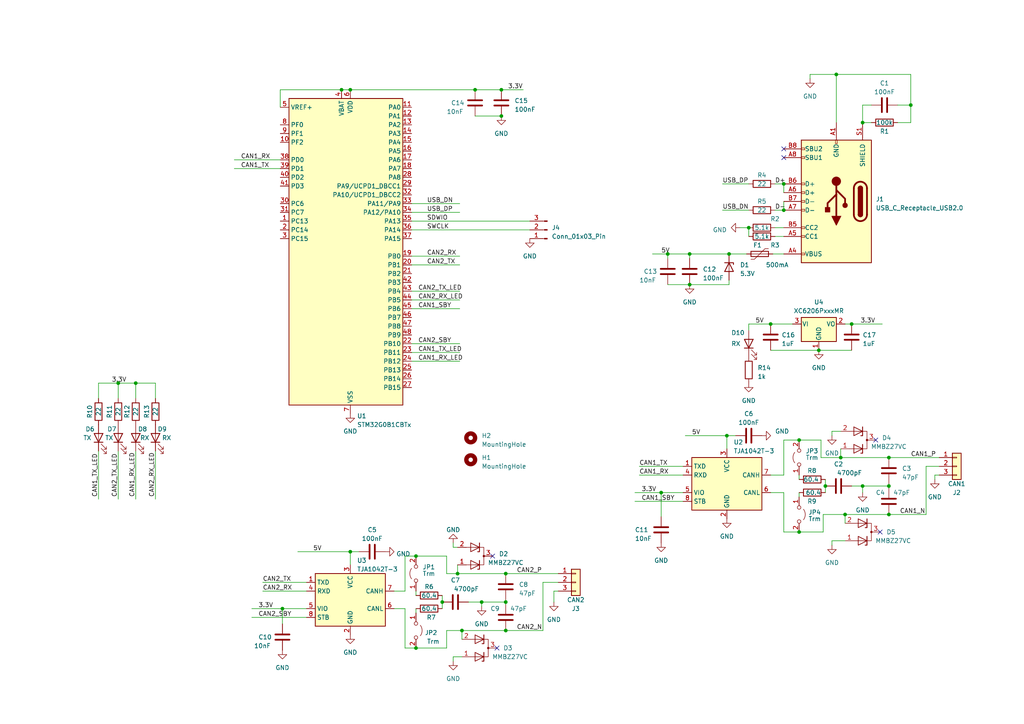
<source format=kicad_sch>
(kicad_sch (version 20221206) (generator eeschema)
  (paper "A4")
  (lib_symbols
    (symbol "Connector:Conn_01x03_Pin" (pin_names (offset 1.016) hide)
      (property "Reference" "J" (at 0 5.08 0))
      (property "Value" "Conn_01x03_Pin" (at 0 -5.08 0))
      (symbol "Conn_01x03_Pin_1_1"
        (polyline (pts (xy 1.27 -2.54) (xy 0.8636 -2.54)) (stroke (width 0.1524)))
        (polyline (pts (xy 1.27 0) (xy 0.8636 0)) (stroke (width 0.1524)))
        (polyline (pts (xy 1.27 2.54) (xy 0.8636 2.54)) (stroke (width 0.1524)))
        (rectangle (start 0.8636 -2.413) (end 0 -2.667) (stroke (width 0.1524)) (fill (type outline)))
        (rectangle (start 0.8636 0.127) (end 0 -0.127) (stroke (width 0.1524)) (fill (type outline)))
        (rectangle (start 0.8636 2.667) (end 0 2.413) (stroke (width 0.1524)) (fill (type outline)))
        (pin passive line (at 5.08 2.54 180) (length 3.81) (name "Pin_1") (number "1"))
        (pin passive line (at 5.08 0 180) (length 3.81) (name "Pin_2") (number "2"))
        (pin passive line (at 5.08 -2.54 180) (length 3.81) (name "Pin_3") (number "3"))
      )
    )
    (symbol "Connector:USB_C_Receptacle_USB2.0" (pin_names (offset 1.016))
      (property "Reference" "J" (at -10.16 19.05 0))
      (property "Value" "USB_C_Receptacle_USB2.0" (at 19.05 19.05 0))
      (symbol "USB_C_Receptacle_USB2.0_0_0"
        (rectangle (start -0.254 -17.78) (end 0.254 -16.764))
        (rectangle (start 10.16 -14.986) (end 9.144 -15.494))
        (rectangle (start 10.16 -12.446) (end 9.144 -12.954))
        (rectangle (start 10.16 -4.826) (end 9.144 -5.334))
        (rectangle (start 10.16 -2.286) (end 9.144 -2.794))
        (rectangle (start 10.16 0.254) (end 9.144 -0.254))
        (rectangle (start 10.16 2.794) (end 9.144 2.286))
        (rectangle (start 10.16 7.874) (end 9.144 7.366))
        (rectangle (start 10.16 10.414) (end 9.144 9.906))
        (rectangle (start 10.16 15.494) (end 9.144 14.986))
      )
      (symbol "USB_C_Receptacle_USB2.0_0_1"
        (rectangle (start -10.16 17.78) (end 10.16 -17.78) (stroke (width 0.254)) (fill (type background)))
        (arc (start -8.89 -3.81) (mid -6.985 -5.7067) (end -5.08 -3.81) (stroke (width 0.508)))
        (arc (start -7.62 -3.81) (mid -6.985 -4.4423) (end -6.35 -3.81) (stroke (width 0.254)))
        (arc (start -7.62 -3.81) (mid -6.985 -4.4423) (end -6.35 -3.81) (stroke (width 0.254)) (fill (type outline)))
        (rectangle (start -7.62 -3.81) (end -6.35 3.81) (stroke (width 0.254)) (fill (type outline)))
        (arc (start -6.35 3.81) (mid -6.985 4.4423) (end -7.62 3.81) (stroke (width 0.254)))
        (arc (start -6.35 3.81) (mid -6.985 4.4423) (end -7.62 3.81) (stroke (width 0.254)) (fill (type outline)))
        (arc (start -5.08 3.81) (mid -6.985 5.7067) (end -8.89 3.81) (stroke (width 0.508)))
        (circle (center -2.54 1.143) (radius 0.635) (stroke (width 0.254)) (fill (type outline)))
        (circle (center 0 -5.842) (radius 1.27) (fill (type outline)))
        (polyline (pts (xy -8.89 -3.81) (xy -8.89 3.81)) (stroke (width 0.508)))
        (polyline (pts (xy -5.08 3.81) (xy -5.08 -3.81)) (stroke (width 0.508)))
        (polyline (pts (xy 0 -5.842) (xy 0 4.318)) (stroke (width 0.508)))
        (polyline (pts (xy 0 -3.302) (xy -2.54 -0.762) (xy -2.54 0.508)) (stroke (width 0.508)))
        (polyline (pts (xy 0 -2.032) (xy 2.54 0.508) (xy 2.54 1.778)) (stroke (width 0.508)))
        (polyline (pts (xy -1.27 4.318) (xy 0 6.858) (xy 1.27 4.318) (xy -1.27 4.318)) (stroke (width 0.254)) (fill (type outline)))
        (rectangle (start 1.905 1.778) (end 3.175 3.048) (stroke (width 0.254)) (fill (type outline)))
      )
      (symbol "USB_C_Receptacle_USB2.0_1_1"
        (pin passive line (at 0 -22.86 90) (length 5.08) (name "GND") (number "A1"))
        (pin passive line (at 0 -22.86 90) (length 5.08) hide (name "GND") (number "A12"))
        (pin passive line (at 15.24 15.24 180) (length 5.08) (name "VBUS") (number "A4"))
        (pin bidirectional line (at 15.24 10.16 180) (length 5.08) (name "CC1") (number "A5"))
        (pin bidirectional line (at 15.24 -2.54 180) (length 5.08) (name "D+") (number "A6"))
        (pin bidirectional line (at 15.24 2.54 180) (length 5.08) (name "D-") (number "A7"))
        (pin bidirectional line (at 15.24 -12.7 180) (length 5.08) (name "SBU1") (number "A8"))
        (pin passive line (at 15.24 15.24 180) (length 5.08) hide (name "VBUS") (number "A9"))
        (pin passive line (at 0 -22.86 90) (length 5.08) hide (name "GND") (number "B1"))
        (pin passive line (at 0 -22.86 90) (length 5.08) hide (name "GND") (number "B12"))
        (pin passive line (at 15.24 15.24 180) (length 5.08) hide (name "VBUS") (number "B4"))
        (pin bidirectional line (at 15.24 7.62 180) (length 5.08) (name "CC2") (number "B5"))
        (pin bidirectional line (at 15.24 -5.08 180) (length 5.08) (name "D+") (number "B6"))
        (pin bidirectional line (at 15.24 0 180) (length 5.08) (name "D-") (number "B7"))
        (pin bidirectional line (at 15.24 -15.24 180) (length 5.08) (name "SBU2") (number "B8"))
        (pin passive line (at 15.24 15.24 180) (length 5.08) hide (name "VBUS") (number "B9"))
        (pin passive line (at -7.62 -22.86 90) (length 5.08) (name "SHIELD") (number "S1"))
      )
    )
    (symbol "Connector_Generic:Conn_01x03" (pin_names (offset 1.016) hide)
      (property "Reference" "J" (at 0 5.08 0))
      (property "Value" "Conn_01x03" (at 0 -5.08 0))
      (symbol "Conn_01x03_1_1"
        (rectangle (start -1.27 -2.413) (end 0 -2.667) (stroke (width 0.1524)))
        (rectangle (start -1.27 0.127) (end 0 -0.127) (stroke (width 0.1524)))
        (rectangle (start -1.27 2.667) (end 0 2.413) (stroke (width 0.1524)))
        (rectangle (start -1.27 3.81) (end 1.27 -3.81) (stroke (width 0.254)) (fill (type background)))
        (pin passive line (at -5.08 2.54 0) (length 3.81) (name "Pin_1") (number "1"))
        (pin passive line (at -5.08 0 0) (length 3.81) (name "Pin_2") (number "2"))
        (pin passive line (at -5.08 -2.54 0) (length 3.81) (name "Pin_3") (number "3"))
      )
    )
    (symbol "Device:C" (pin_numbers hide) (pin_names (offset 0.254))
      (property "Reference" "C" (at 0.635 2.54 0))
      (property "Value" "C" (at 0.635 -2.54 0))
      (symbol "C_0_1"
        (polyline (pts (xy -2.032 -0.762) (xy 2.032 -0.762)) (stroke (width 0.508)))
        (polyline (pts (xy -2.032 0.762) (xy 2.032 0.762)) (stroke (width 0.508)))
      )
      (symbol "C_1_1"
        (pin passive line (at 0 3.81 270) (length 2.794) (name "~") (number "1"))
        (pin passive line (at 0 -3.81 90) (length 2.794) (name "~") (number "2"))
      )
    )
    (symbol "Device:D_Zener" (pin_numbers hide) (pin_names (offset 1.016) hide)
      (property "Reference" "D" (at 0 2.54 0))
      (property "Value" "D_Zener" (at 0 -2.54 0))
      (symbol "D_Zener_0_1"
        (polyline (pts (xy 1.27 0) (xy -1.27 0)))
        (polyline (pts (xy -1.27 -1.27) (xy -1.27 1.27) (xy -0.762 1.27)) (stroke (width 0.254)))
        (polyline (pts (xy 1.27 -1.27) (xy 1.27 1.27) (xy -1.27 0) (xy 1.27 -1.27)) (stroke (width 0.254)))
      )
      (symbol "D_Zener_1_1"
        (pin passive line (at -3.81 0 0) (length 2.54) (name "K") (number "1"))
        (pin passive line (at 3.81 0 180) (length 2.54) (name "A") (number "2"))
      )
    )
    (symbol "Device:LED" (pin_numbers hide) (pin_names (offset 1.016) hide)
      (property "Reference" "D" (at 0 2.54 0))
      (property "Value" "LED" (at 0 -2.54 0))
      (symbol "LED_0_1"
        (polyline (pts (xy -1.27 -1.27) (xy -1.27 1.27)) (stroke (width 0.254)))
        (polyline (pts (xy -1.27 0) (xy 1.27 0)))
        (polyline (pts (xy 1.27 -1.27) (xy 1.27 1.27) (xy -1.27 0) (xy 1.27 -1.27)) (stroke (width 0.254)))
        (polyline (pts (xy -3.048 -0.762) (xy -4.572 -2.286) (xy -3.81 -2.286) (xy -4.572 -2.286) (xy -4.572 -1.524)))
        (polyline (pts (xy -1.778 -0.762) (xy -3.302 -2.286) (xy -2.54 -2.286) (xy -3.302 -2.286) (xy -3.302 -1.524)))
      )
      (symbol "LED_1_1"
        (pin passive line (at -3.81 0 0) (length 2.54) (name "K") (number "1"))
        (pin passive line (at 3.81 0 180) (length 2.54) (name "A") (number "2"))
      )
    )
    (symbol "Device:Polyfuse" (pin_numbers hide) (pin_names (offset 0))
      (property "Reference" "F" (at -2.54 0 90))
      (property "Value" "Polyfuse" (at 2.54 0 90))
      (symbol "Polyfuse_0_1"
        (rectangle (start -0.762 2.54) (end 0.762 -2.54) (stroke (width 0.254)))
        (polyline (pts (xy 0 2.54) (xy 0 -2.54)))
        (polyline (pts (xy -1.524 2.54) (xy -1.524 1.524) (xy 1.524 -1.524) (xy 1.524 -2.54)))
      )
      (symbol "Polyfuse_1_1"
        (pin passive line (at 0 3.81 270) (length 1.27) (name "~") (number "1"))
        (pin passive line (at 0 -3.81 90) (length 1.27) (name "~") (number "2"))
      )
    )
    (symbol "Device:R" (pin_numbers hide) (pin_names (offset 0))
      (property "Reference" "R" (at 2.032 0 90))
      (property "Value" "R" (at 0 0 90))
      (symbol "R_0_1"
        (rectangle (start -1.016 -2.54) (end 1.016 2.54) (stroke (width 0.254)))
      )
      (symbol "R_1_1"
        (pin passive line (at 0 3.81 270) (length 1.27) (name "~") (number "1"))
        (pin passive line (at 0 -3.81 90) (length 1.27) (name "~") (number "2"))
      )
    )
    (symbol "ESD:MMBZxxVC" (pin_names (offset 1.016) hide)
      (property "Reference" "D" (at 3.81 2.54 0))
      (property "Value" "MMBZxxVC" (at 3.81 0 0))
      (symbol "MMBZxxVC_0_1"
        (circle (center 0 -2.54) (radius 0.254) (fill (type outline)))
        (polyline (pts (xy -2.54 -1.27) (xy -2.54 2.54)))
        (polyline (pts (xy 2.54 -1.27) (xy 2.54 2.54)))
        (polyline (pts (xy -1.27 -1.27) (xy -3.81 -1.27) (xy -3.81 -0.762)) (stroke (width 0.254)))
        (polyline (pts (xy 3.81 -1.27) (xy 1.27 -1.27) (xy 1.27 -0.762)) (stroke (width 0.254)))
        (polyline (pts (xy -2.54 0) (xy -2.54 -2.54) (xy 2.54 -2.54) (xy 2.54 0)))
      )
      (symbol "MMBZxxVC_1_1"
        (polyline (pts (xy -1.27 1.27) (xy -3.81 1.27) (xy -2.54 -1.27) (xy -1.27 1.27)) (stroke (width 0.2032)))
        (polyline (pts (xy 3.81 1.27) (xy 1.27 1.27) (xy 2.54 -1.27) (xy 3.81 1.27)) (stroke (width 0.2032)))
        (pin passive line (at -2.54 5.08 270) (length 2.54) (name "K") (number "1"))
        (pin passive line (at 2.54 5.08 270) (length 2.54) (name "K") (number "2"))
        (pin passive line (at 0 -5.08 90) (length 2.54) (name "A") (number "3"))
      )
    )
    (symbol "Interface_CAN_LIN:TJA1042T-3"
      (property "Reference" "U" (at -10.16 8.89 0))
      (property "Value" "TJA1042T-3" (at 1.27 8.89 0))
      (symbol "TJA1042T-3_0_1"
        (rectangle (start -10.16 7.62) (end 10.16 -7.62) (stroke (width 0.254)) (fill (type background)))
      )
      (symbol "TJA1042T-3_1_1"
        (pin input line (at -12.7 5.08 0) (length 2.54) (name "TXD") (number "1"))
        (pin power_in line (at 0 -10.16 90) (length 2.54) (name "GND") (number "2"))
        (pin power_in line (at 0 10.16 270) (length 2.54) (name "VCC") (number "3"))
        (pin output line (at -12.7 2.54 0) (length 2.54) (name "RXD") (number "4"))
        (pin power_in line (at -12.7 -2.54 0) (length 2.54) (name "VIO") (number "5"))
        (pin bidirectional line (at 12.7 -2.54 180) (length 2.54) (name "CANL") (number "6"))
        (pin bidirectional line (at 12.7 2.54 180) (length 2.54) (name "CANH") (number "7"))
        (pin input line (at -12.7 -5.08 0) (length 2.54) (name "STB") (number "8"))
      )
    )
    (symbol "Jumper:Jumper_2_Open" (pin_names (offset 0) hide)
      (property "Reference" "JP" (at 0 2.794 0))
      (property "Value" "Jumper_2_Open" (at 0 -2.286 0))
      (symbol "Jumper_2_Open_0_0"
        (circle (center -2.032 0) (radius 0.508))
        (circle (center 2.032 0) (radius 0.508))
      )
      (symbol "Jumper_2_Open_0_1"
        (arc (start 1.524 1.27) (mid 0 1.778) (end -1.524 1.27))
      )
      (symbol "Jumper_2_Open_1_1"
        (pin passive line (at -5.08 0 0) (length 2.54) (name "A") (number "1"))
        (pin passive line (at 5.08 0 180) (length 2.54) (name "B") (number "2"))
      )
    )
    (symbol "MCU_ST_STM32G0:STM32G0B1CBTx"
      (property "Reference" "U" (at -15.24 46.99 0))
      (property "Value" "STM32G0B1CBTx" (at 5.08 46.99 0))
      (symbol "STM32G0B1CBTx_0_1"
        (rectangle (start -15.24 -43.18) (end 17.78 45.72) (stroke (width 0.254)) (fill (type background)))
      )
      (symbol "STM32G0B1CBTx_1_1"
        (pin bidirectional line (at -17.78 10.16 0) (length 2.54) (name "PC13") (number "1"))
        (pin bidirectional line (at -17.78 33.02 0) (length 2.54) (name "PF2") (number "10"))
        (pin bidirectional line (at 20.32 43.18 180) (length 2.54) (name "PA0") (number "11"))
        (pin bidirectional line (at 20.32 40.64 180) (length 2.54) (name "PA1") (number "12"))
        (pin bidirectional line (at 20.32 38.1 180) (length 2.54) (name "PA2") (number "13"))
        (pin bidirectional line (at 20.32 35.56 180) (length 2.54) (name "PA3") (number "14"))
        (pin bidirectional line (at 20.32 33.02 180) (length 2.54) (name "PA4") (number "15"))
        (pin bidirectional line (at 20.32 30.48 180) (length 2.54) (name "PA5") (number "16"))
        (pin bidirectional line (at 20.32 27.94 180) (length 2.54) (name "PA6") (number "17"))
        (pin bidirectional line (at 20.32 25.4 180) (length 2.54) (name "PA7") (number "18"))
        (pin bidirectional line (at 20.32 0 180) (length 2.54) (name "PB0") (number "19"))
        (pin bidirectional line (at -17.78 7.62 0) (length 2.54) (name "PC14") (number "2"))
        (pin bidirectional line (at 20.32 -2.54 180) (length 2.54) (name "PB1") (number "20"))
        (pin bidirectional line (at 20.32 -5.08 180) (length 2.54) (name "PB2") (number "21"))
        (pin bidirectional line (at 20.32 -25.4 180) (length 2.54) (name "PB10") (number "22"))
        (pin bidirectional line (at 20.32 -27.94 180) (length 2.54) (name "PB11") (number "23"))
        (pin bidirectional line (at 20.32 -30.48 180) (length 2.54) (name "PB12") (number "24"))
        (pin bidirectional line (at 20.32 -33.02 180) (length 2.54) (name "PB13") (number "25"))
        (pin bidirectional line (at 20.32 -35.56 180) (length 2.54) (name "PB14") (number "26"))
        (pin bidirectional line (at 20.32 -38.1 180) (length 2.54) (name "PB15") (number "27"))
        (pin bidirectional line (at 20.32 22.86 180) (length 2.54) (name "PA8") (number "28"))
        (pin bidirectional line (at 20.32 20.32 180) (length 2.54) (name "PA9/UCPD1_DBCC1") (number "29"))
        (pin bidirectional line (at -17.78 5.08 0) (length 2.54) (name "PC15") (number "3"))
        (pin bidirectional line (at -17.78 15.24 0) (length 2.54) (name "PC6") (number "30"))
        (pin bidirectional line (at -17.78 12.7 0) (length 2.54) (name "PC7") (number "31"))
        (pin bidirectional line (at 20.32 17.78 180) (length 2.54) (name "PA10/UCPD1_DBCC2") (number "32"))
        (pin bidirectional line (at 20.32 15.24 180) (length 2.54) (name "PA11/PA9") (number "33"))
        (pin bidirectional line (at 20.32 12.7 180) (length 2.54) (name "PA12/PA10") (number "34"))
        (pin bidirectional line (at 20.32 10.16 180) (length 2.54) (name "PA13") (number "35"))
        (pin bidirectional line (at 20.32 7.62 180) (length 2.54) (name "PA14") (number "36"))
        (pin bidirectional line (at 20.32 5.08 180) (length 2.54) (name "PA15") (number "37"))
        (pin bidirectional line (at -17.78 27.94 0) (length 2.54) (name "PD0") (number "38"))
        (pin bidirectional line (at -17.78 25.4 0) (length 2.54) (name "PD1") (number "39"))
        (pin power_in line (at 0 48.26 270) (length 2.54) (name "VBAT") (number "4"))
        (pin bidirectional line (at -17.78 22.86 0) (length 2.54) (name "PD2") (number "40"))
        (pin bidirectional line (at -17.78 20.32 0) (length 2.54) (name "PD3") (number "41"))
        (pin bidirectional line (at 20.32 -7.62 180) (length 2.54) (name "PB3") (number "42"))
        (pin bidirectional line (at 20.32 -10.16 180) (length 2.54) (name "PB4") (number "43"))
        (pin bidirectional line (at 20.32 -12.7 180) (length 2.54) (name "PB5") (number "44"))
        (pin bidirectional line (at 20.32 -15.24 180) (length 2.54) (name "PB6") (number "45"))
        (pin bidirectional line (at 20.32 -17.78 180) (length 2.54) (name "PB7") (number "46"))
        (pin bidirectional line (at 20.32 -20.32 180) (length 2.54) (name "PB8") (number "47"))
        (pin bidirectional line (at 20.32 -22.86 180) (length 2.54) (name "PB9") (number "48"))
        (pin input line (at -17.78 43.18 0) (length 2.54) (name "VREF+") (number "5"))
        (pin power_in line (at 2.54 48.26 270) (length 2.54) (name "VDD") (number "6"))
        (pin power_in line (at 2.54 -45.72 90) (length 2.54) (name "VSS") (number "7"))
        (pin bidirectional line (at -17.78 38.1 0) (length 2.54) (name "PF0") (number "8"))
        (pin bidirectional line (at -17.78 35.56 0) (length 2.54) (name "PF1") (number "9"))
      )
    )
    (symbol "Mechanical:MountingHole" (pin_names (offset 1.016))
      (property "Reference" "H" (at 0 5.08 0))
      (property "Value" "MountingHole" (at 0 3.175 0))
      (symbol "MountingHole_0_1"
        (circle (center 0 0) (radius 1.27) (stroke (width 1.27)))
      )
    )
    (symbol "Regulator_Linear:XC6206PxxxMR" (pin_names (offset 0.254))
      (property "Reference" "U" (at -3.81 3.175 0))
      (property "Value" "XC6206PxxxMR" (at 0 3.175 0))
      (symbol "XC6206PxxxMR_0_1"
        (rectangle (start -5.08 1.905) (end 5.08 -5.08) (stroke (width 0.254)) (fill (type background)))
      )
      (symbol "XC6206PxxxMR_1_1"
        (pin power_in line (at 0 -7.62 90) (length 2.54) (name "GND") (number "1"))
        (pin power_out line (at 7.62 0 180) (length 2.54) (name "VO") (number "2"))
        (pin power_in line (at -7.62 0 0) (length 2.54) (name "VI") (number "3"))
      )
    )
    (symbol "power:GND" (power) (pin_names (offset 0))
      (property "Value" "GND" (at 0 -3.81 0))
      (symbol "GND_0_1"
        (polyline (pts (xy 0 0) (xy 0 -1.27) (xy 1.27 -1.27) (xy 0 -2.54) (xy -1.27 -1.27) (xy 0 -1.27)))
      )
      (symbol "GND_1_1"
        (pin power_in line (at 0 0 270) (length 0) hide (name "GND") (number "1"))
      )
    )
  )
  (junction (at 81.915 176.53))
  (junction (at 257.81 140.97))
  (junction (at 191.77 142.875))
  (junction (at 132.715 166.37))
  (junction (at 211.455 73.66))
  (junction (at 231.775 154.305))
  (junction (at 217.17 66.04))
  (junction (at 243.84 132.715))
  (junction (at 128.27 174.625))
  (junction (at 231.775 127.635))
  (junction (at 120.65 161.29))
  (junction (at 250.19 140.97))
  (junction (at 146.685 166.37))
  (junction (at 133.985 182.88))
  (junction (at 193.675 73.66))
  (junction (at 145.415 26.035))
  (junction (at 101.6 160.02))
  (junction (at 250.19 35.56))
  (junction (at 227.33 53.34))
  (junction (at 146.685 174.625))
  (junction (at 237.49 101.6))
  (junction (at 257.81 132.715))
  (junction (at 139.7 174.625))
  (junction (at 146.685 182.88))
  (junction (at 227.33 60.96))
  (junction (at 200.025 73.66))
  (junction (at 264.16 30.48))
  (junction (at 210.82 126.365))
  (junction (at 245.11 149.225))
  (junction (at 242.57 21.59))
  (junction (at 200.025 82.55))
  (junction (at 239.395 140.97))
  (junction (at 247.015 93.98))
  (junction (at 120.65 187.96))
  (junction (at 34.29 111.125))
  (junction (at 145.415 33.655))
  (junction (at 137.795 26.035))
  (junction (at 101.6 26.035))
  (junction (at 223.52 93.98))
  (junction (at 99.06 26.035))
  (junction (at 39.37 111.125))
  (junction (at 257.81 149.225))
  (no_connect (at 227.33 43.18))
  (no_connect (at 142.875 161.29))
  (no_connect (at 254 127.635))
  (no_connect (at 227.33 45.72))
  (no_connect (at 144.145 187.96))
  (no_connect (at 255.27 154.305))
  (wire (pts (xy 119.38 99.695) (xy 133.35 99.695)))
  (wire (pts (xy 99.06 26.035) (xy 101.6 26.035)))
  (wire (pts (xy 76.2 171.45) (xy 88.9 171.45)))
  (wire (pts (xy 231.775 137.795) (xy 231.775 139.065)))
  (wire (pts (xy 157.48 168.91) (xy 157.48 182.88)))
  (wire (pts (xy 117.475 171.45) (xy 117.475 161.29)))
  (wire (pts (xy 73.025 179.07) (xy 88.9 179.07)))
  (wire (pts (xy 139.7 174.625) (xy 146.685 174.625)))
  (wire (pts (xy 209.55 60.96) (xy 217.17 60.96)))
  (wire (pts (xy 250.19 140.97) (xy 257.81 140.97)))
  (wire (pts (xy 129.54 187.96) (xy 129.54 182.88)))
  (wire (pts (xy 209.55 53.34) (xy 217.17 53.34)))
  (wire (pts (xy 86.36 160.02) (xy 101.6 160.02)))
  (wire (pts (xy 128.27 174.625) (xy 128.27 176.53)))
  (wire (pts (xy 101.6 160.02) (xy 101.6 163.83)))
  (wire (pts (xy 133.985 182.88) (xy 146.685 182.88)))
  (wire (pts (xy 271.145 137.795) (xy 272.415 137.795)))
  (wire (pts (xy 227.33 142.875) (xy 227.33 154.305)))
  (wire (pts (xy 193.675 73.66) (xy 193.675 74.93)))
  (wire (pts (xy 217.17 93.98) (xy 223.52 93.98)))
  (wire (pts (xy 131.445 158.75) (xy 132.715 158.75)))
  (wire (pts (xy 119.38 64.135) (xy 153.67 64.135)))
  (wire (pts (xy 34.29 130.81) (xy 34.29 144.78)))
  (wire (pts (xy 184.15 142.875) (xy 191.77 142.875)))
  (wire (pts (xy 241.3 125.095) (xy 243.84 125.095)))
  (wire (pts (xy 245.11 149.225) (xy 257.81 149.225)))
  (wire (pts (xy 34.29 111.125) (xy 28.575 111.125)))
  (wire (pts (xy 146.685 174.625) (xy 146.685 175.26)))
  (wire (pts (xy 160.655 174.625) (xy 160.655 171.45)))
  (wire (pts (xy 129.54 182.88) (xy 133.985 182.88)))
  (wire (pts (xy 39.37 111.125) (xy 34.29 111.125)))
  (wire (pts (xy 81.28 31.115) (xy 81.28 26.035)))
  (wire (pts (xy 34.29 111.125) (xy 34.29 115.57)))
  (wire (pts (xy 224.79 60.96) (xy 227.33 60.96)))
  (wire (pts (xy 114.3 171.45) (xy 117.475 171.45)))
  (wire (pts (xy 198.755 126.365) (xy 210.82 126.365)))
  (wire (pts (xy 45.085 130.81) (xy 45.085 144.78)))
  (wire (pts (xy 242.57 21.59) (xy 264.16 21.59)))
  (wire (pts (xy 81.915 176.53) (xy 81.915 180.975)))
  (wire (pts (xy 234.95 21.59) (xy 242.57 21.59)))
  (wire (pts (xy 117.475 161.29) (xy 120.65 161.29)))
  (wire (pts (xy 81.28 26.035) (xy 99.06 26.035)))
  (wire (pts (xy 146.685 182.88) (xy 157.48 182.88)))
  (wire (pts (xy 223.52 142.875) (xy 227.33 142.875)))
  (wire (pts (xy 76.2 168.91) (xy 88.9 168.91)))
  (wire (pts (xy 264.16 21.59) (xy 264.16 30.48)))
  (wire (pts (xy 231.775 154.305) (xy 238.76 154.305)))
  (wire (pts (xy 161.925 168.91) (xy 157.48 168.91)))
  (wire (pts (xy 224.155 73.66) (xy 227.33 73.66)))
  (wire (pts (xy 242.57 35.56) (xy 242.57 21.59)))
  (wire (pts (xy 247.015 93.98) (xy 255.905 93.98)))
  (wire (pts (xy 250.19 30.48) (xy 250.19 35.56)))
  (wire (pts (xy 217.17 66.04) (xy 217.17 68.58)))
  (wire (pts (xy 119.38 61.595) (xy 133.35 61.595)))
  (wire (pts (xy 120.65 171.45) (xy 120.65 172.72)))
  (wire (pts (xy 224.79 68.58) (xy 227.33 68.58)))
  (wire (pts (xy 210.82 126.365) (xy 210.82 130.175)))
  (wire (pts (xy 119.38 66.675) (xy 153.67 66.675)))
  (wire (pts (xy 245.11 149.225) (xy 245.11 151.765)))
  (wire (pts (xy 200.025 73.66) (xy 200.025 74.93)))
  (wire (pts (xy 132.715 166.37) (xy 146.685 166.37)))
  (wire (pts (xy 119.38 59.055) (xy 133.35 59.055)))
  (wire (pts (xy 191.77 142.875) (xy 198.12 142.875)))
  (wire (pts (xy 184.15 145.415) (xy 198.12 145.415)))
  (wire (pts (xy 146.685 173.99) (xy 146.685 174.625)))
  (wire (pts (xy 217.17 95.885) (xy 217.17 93.98)))
  (wire (pts (xy 73.025 176.53) (xy 81.915 176.53)))
  (wire (pts (xy 104.14 160.02) (xy 101.6 160.02)))
  (wire (pts (xy 193.675 82.55) (xy 200.025 82.55)))
  (wire (pts (xy 231.775 142.875) (xy 231.775 144.145)))
  (wire (pts (xy 119.38 102.235) (xy 133.35 102.235)))
  (wire (pts (xy 213.36 126.365) (xy 210.82 126.365)))
  (wire (pts (xy 227.33 137.795) (xy 227.33 127.635)))
  (wire (pts (xy 257.81 132.715) (xy 272.415 132.715)))
  (wire (pts (xy 268.605 135.255) (xy 268.605 149.225)))
  (wire (pts (xy 117.475 187.96) (xy 120.65 187.96)))
  (wire (pts (xy 260.35 30.48) (xy 264.16 30.48)))
  (wire (pts (xy 146.685 166.37) (xy 161.925 166.37)))
  (wire (pts (xy 185.42 135.255) (xy 198.12 135.255)))
  (wire (pts (xy 252.73 30.48) (xy 250.19 30.48)))
  (wire (pts (xy 257.81 140.97) (xy 257.81 141.605)))
  (wire (pts (xy 238.125 132.715) (xy 243.84 132.715)))
  (wire (pts (xy 39.37 130.81) (xy 39.37 144.78)))
  (wire (pts (xy 160.655 171.45) (xy 161.925 171.45)))
  (wire (pts (xy 139.7 174.625) (xy 139.7 175.895)))
  (wire (pts (xy 28.575 111.125) (xy 28.575 115.57)))
  (wire (pts (xy 257.81 140.335) (xy 257.81 140.97)))
  (wire (pts (xy 211.455 73.66) (xy 216.535 73.66)))
  (wire (pts (xy 241.3 126.365) (xy 241.3 125.095)))
  (wire (pts (xy 101.6 26.035) (xy 137.795 26.035)))
  (wire (pts (xy 81.915 176.53) (xy 88.9 176.53)))
  (wire (pts (xy 211.455 82.55) (xy 200.025 82.55)))
  (wire (pts (xy 119.38 74.295) (xy 133.35 74.295)))
  (wire (pts (xy 227.33 58.42) (xy 227.33 60.96)))
  (wire (pts (xy 238.125 127.635) (xy 238.125 132.715)))
  (wire (pts (xy 243.84 130.175) (xy 243.84 132.715)))
  (wire (pts (xy 214.63 66.04) (xy 217.17 66.04)))
  (wire (pts (xy 250.19 140.97) (xy 250.19 142.875)))
  (wire (pts (xy 264.16 35.56) (xy 264.16 30.48)))
  (wire (pts (xy 234.95 22.86) (xy 234.95 21.59)))
  (wire (pts (xy 45.085 115.57) (xy 45.085 111.125)))
  (wire (pts (xy 117.475 176.53) (xy 117.475 187.96)))
  (wire (pts (xy 260.35 35.56) (xy 264.16 35.56)))
  (wire (pts (xy 245.11 156.845) (xy 241.3 156.845)))
  (wire (pts (xy 238.76 154.305) (xy 238.76 149.225)))
  (wire (pts (xy 129.54 166.37) (xy 132.715 166.37)))
  (wire (pts (xy 45.085 111.125) (xy 39.37 111.125)))
  (wire (pts (xy 114.3 176.53) (xy 117.475 176.53)))
  (wire (pts (xy 211.455 81.28) (xy 211.455 82.55)))
  (wire (pts (xy 131.445 158.75) (xy 131.445 157.48)))
  (wire (pts (xy 119.38 104.775) (xy 133.35 104.775)))
  (wire (pts (xy 223.52 93.98) (xy 229.87 93.98)))
  (wire (pts (xy 120.65 176.53) (xy 120.65 177.8)))
  (wire (pts (xy 185.42 137.795) (xy 198.12 137.795)))
  (wire (pts (xy 145.415 26.035) (xy 151.765 26.035)))
  (wire (pts (xy 191.77 142.875) (xy 191.77 149.86)))
  (wire (pts (xy 257.81 149.225) (xy 268.605 149.225)))
  (wire (pts (xy 243.84 132.715) (xy 257.81 132.715)))
  (wire (pts (xy 238.76 149.225) (xy 245.11 149.225)))
  (wire (pts (xy 67.945 46.355) (xy 81.28 46.355)))
  (wire (pts (xy 131.445 190.5) (xy 131.445 191.77)))
  (wire (pts (xy 119.38 86.995) (xy 133.35 86.995)))
  (wire (pts (xy 193.675 73.66) (xy 200.025 73.66)))
  (wire (pts (xy 119.38 84.455) (xy 133.35 84.455)))
  (wire (pts (xy 239.395 139.065) (xy 239.395 140.97)))
  (wire (pts (xy 28.575 130.81) (xy 28.575 144.78)))
  (wire (pts (xy 137.795 33.655) (xy 145.415 33.655)))
  (wire (pts (xy 223.52 101.6) (xy 237.49 101.6)))
  (wire (pts (xy 239.395 140.97) (xy 239.395 142.875)))
  (wire (pts (xy 137.795 26.035) (xy 145.415 26.035)))
  (wire (pts (xy 245.11 93.98) (xy 247.015 93.98)))
  (wire (pts (xy 224.79 66.04) (xy 227.33 66.04)))
  (wire (pts (xy 227.33 127.635) (xy 231.775 127.635)))
  (wire (pts (xy 224.79 53.34) (xy 227.33 53.34)))
  (wire (pts (xy 129.54 161.29) (xy 129.54 166.37)))
  (wire (pts (xy 189.23 73.66) (xy 193.675 73.66)))
  (wire (pts (xy 231.775 127.635) (xy 238.125 127.635)))
  (wire (pts (xy 135.89 174.625) (xy 139.7 174.625)))
  (wire (pts (xy 131.445 190.5) (xy 133.985 190.5)))
  (wire (pts (xy 133.985 182.88) (xy 133.985 185.42)))
  (wire (pts (xy 237.49 101.6) (xy 247.015 101.6)))
  (wire (pts (xy 39.37 111.125) (xy 39.37 115.57)))
  (wire (pts (xy 120.65 161.29) (xy 129.54 161.29)))
  (wire (pts (xy 119.38 76.835) (xy 133.35 76.835)))
  (wire (pts (xy 223.52 137.795) (xy 227.33 137.795)))
  (wire (pts (xy 200.025 73.66) (xy 211.455 73.66)))
  (wire (pts (xy 241.3 156.845) (xy 241.3 158.115)))
  (wire (pts (xy 227.33 154.305) (xy 231.775 154.305)))
  (wire (pts (xy 119.38 89.535) (xy 133.35 89.535)))
  (wire (pts (xy 272.415 135.255) (xy 268.605 135.255)))
  (wire (pts (xy 250.19 35.56) (xy 252.73 35.56)))
  (wire (pts (xy 132.715 163.83) (xy 132.715 166.37)))
  (wire (pts (xy 227.33 53.34) (xy 227.33 55.88)))
  (wire (pts (xy 247.015 140.97) (xy 250.19 140.97)))
  (wire (pts (xy 67.945 48.895) (xy 81.28 48.895)))
  (wire (pts (xy 271.145 139.065) (xy 271.145 137.795)))
  (wire (pts (xy 128.27 172.72) (xy 128.27 174.625)))
  (wire (pts (xy 120.65 187.96) (xy 129.54 187.96)))
  (label "CAN1_SBY" (at 186.055 145.415 0))
  (label "CAN1_RX_LED" (at 39.37 144.145 90))
  (label "CAN2_RX" (at 76.2 171.45 0))
  (label "USB_DP" (at 209.55 53.34 0))
  (label "CAN2_RX_LED" (at 121.285 86.995 0))
  (label "D+" (at 224.79 53.34 0))
  (label "5V" (at 90.805 160.02 0))
  (label "CAN2_TX_LED" (at 121.285 84.455 0))
  (label "USB_DN" (at 123.825 59.055 0))
  (label "CAN2_N" (at 149.86 182.88 0))
  (label "CAN1_TX_LED" (at 121.285 102.235 0))
  (label "3.3V" (at 186.055 142.875 0))
  (label "5V" (at 219.075 93.98 0))
  (label "CAN2_SBY" (at 121.285 99.695 0))
  (label "3.3V" (at 74.93 176.53 0))
  (label "CAN1_TX_LED" (at 28.575 144.145 90))
  (label "5V" (at 191.77 73.66 0))
  (label "SWCLK" (at 123.825 66.675 0))
  (label "USB_DN" (at 209.55 60.96 0))
  (label "CAN1_N" (at 260.985 149.225 0))
  (label "3.3V" (at 147.32 26.035 0))
  (label "CAN2_TX_LED" (at 34.29 144.145 90))
  (label "CAN1_RX_LED" (at 121.285 104.775 0))
  (label "CAN2_SBY" (at 74.93 179.07 0))
  (label "CAN1_TX" (at 69.85 48.895 0))
  (label "CAN1_RX" (at 185.42 137.795 0))
  (label "CAN1_RX" (at 69.85 46.355 0))
  (label "CAN2_TX" (at 76.2 168.91 0))
  (label "D-" (at 224.79 60.96 0))
  (label "CAN1_TX" (at 185.42 135.255 0))
  (label "USB_DP" (at 123.825 61.595 0))
  (label "CAN2_P" (at 149.86 166.37 0))
  (label "CAN2_TX" (at 123.825 76.835 0))
  (label "CAN1_SBY" (at 121.285 89.535 0))
  (label "CAN2_RX_LED" (at 45.085 144.145 90))
  (label "SDWIO" (at 123.825 64.135 0))
  (label "3.3V" (at 32.385 111.125 0))
  (label "5V" (at 200.66 126.365 0))
  (label "CAN2_RX" (at 123.825 74.295 0))
  (label "CAN1_P" (at 264.16 132.715 0))
  (label "3.3V" (at 249.555 93.98 0))
  (symbol (lib_id "power:GND") (at 145.415 33.655 0) (unit 1)
    (property "Reference" "#PWR09" (effects hide))
    (property "Value" "GND" (at 145.415 38.735 0))
  )
  (symbol (lib_id "power:GND") (at 220.98 126.365 90) (unit 1)
    (property "Reference" "#PWR018" (effects hide))
    (property "Value" "GND" (at 224.79 125.095 90) (effects (justify right)))
  )
  (symbol (lib_id "Device:R") (at 28.575 119.38 0) (unit 1)
    (property "Reference" "R10" (at 26.035 119.38 90))
    (property "Value" "22" (at 28.575 119.38 90))
    (property "Footprint" "Resistor_SMD:R_0402_1005Metric" (effects hide))
    (property "Part #" "0402WGF220JTCE" (effects hide))
    (property "LCSC Part #" "C25092" (effects hide))
  )
  (symbol (lib_id "ESD:MMBZxxVC") (at 248.92 127.635 90) (unit 1)
    (property "Reference" "D4" (at 257.175 127 90))
    (property "Value" "MMBZ27VC" (at 257.81 129.54 90))
    (property "Footprint" "Package_TO_SOT_SMD:SOT-23" (effects hide))
    (property "Datasheet" "http://www.onsemi.com/pub/Collateral/MMBZ5V6ALT1-D.PDF" (effects hide))
    (property "LCSC Part #" "C970026" (effects hide))
  )
  (symbol (lib_id "Device:R") (at 217.17 107.315 0) (unit 1)
    (property "Reference" "R14" (at 219.71 106.68 0) (effects (justify left)))
    (property "Value" "1k" (at 219.71 109.22 0) (effects (justify left)))
    (property "Footprint" "Resistor_SMD:R_0402_1005Metric" (effects hide))
    (property "LCSC Part #" "C11702" (effects hide))
  )
  (symbol (lib_id "Device:R") (at 220.98 53.34 270) (unit 1)
    (property "Reference" "R4" (at 220.98 50.8 90))
    (property "Value" "22" (at 220.98 53.34 90))
    (property "Footprint" "Resistor_SMD:R_0402_1005Metric" (effects hide))
    (property "Part #" "0402WGF220JTCE" (effects hide))
    (property "LCSC Part #" "C25092" (effects hide))
  )
  (symbol (lib_id "Jumper:Jumper_2_Open") (at 231.775 132.715 90) (unit 1)
    (property "Reference" "JP3" (at 233.68 130.81 90) (effects (justify right)))
    (property "Value" "Trm" (at 233.68 132.715 90) (effects (justify right)))
    (property "Footprint" "Connector_PinHeader_2.54mm:PinHeader_1x02_P2.54mm_Vertical" (effects hide))
    (property "LCSC Part #" "C124375" (effects hide))
  )
  (symbol (lib_id "Device:R") (at 124.46 172.72 90) (unit 1)
    (property "Reference" "R6" (at 124.46 170.18 90))
    (property "Value" "60.4" (at 124.46 172.72 90))
    (property "Footprint" "Resistor_SMD:R_0402_1005Metric" (effects hide))
    (property "LCSC Part #" "C11616" (effects hide))
    (property "Part #" "0402WGF5103TCE" (effects hide))
  )
  (symbol (lib_id "Device:LED") (at 45.085 127 90) (unit 1)
    (property "Reference" "D9" (at 45.72 124.46 90) (effects (justify right)))
    (property "Value" "RX" (at 46.99 127 90) (effects (justify right)))
    (property "Footprint" "LED_SMD:LED_0603_1608Metric" (effects hide))
    (property "LCSC Part #" "C72043" (effects hide))
    (property "Part #" "Green" (effects hide))
  )
  (symbol (lib_id "Device:C") (at 200.025 78.74 180) (unit 1)
    (property "Reference" "C12" (at 203.835 78.105 0) (effects (justify right)))
    (property "Value" "100nF" (at 203.835 80.645 0) (effects (justify right)))
    (property "Footprint" "Capacitor_SMD:C_0402_1005Metric" (effects hide))
    (property "LCSC Part #" "C307331" (effects hide))
    (property "Part #" "CL05B104KB54PNC" (effects hide))
  )
  (symbol (lib_id "Mechanical:MountingHole") (at 136.525 127 0) (unit 1)
    (property "Reference" "H2" (at 139.7 126.365 0) (effects (justify left)))
    (property "Value" "MountingHole" (at 139.7 128.905 0) (effects (justify left)))
    (property "Footprint" "MountingHole:MountingHole_2.2mm_M2" (effects hide))
  )
  (symbol (lib_id "Device:R") (at 220.98 60.96 270) (unit 1)
    (property "Reference" "R5" (at 220.98 58.42 90))
    (property "Value" "22" (at 220.98 60.96 90))
    (property "Footprint" "Resistor_SMD:R_0402_1005Metric" (effects hide))
    (property "Part #" "0402WGF220JTCE" (effects hide))
    (property "LCSC Part #" "C25092" (effects hide))
  )
  (symbol (lib_id "Connector_Generic:Conn_01x03") (at 167.005 168.91 0) (unit 1)
    (property "Reference" "J3" (at 167.005 176.53 0))
    (property "Value" "CAN2" (at 167.005 173.99 0))
    (property "Footprint" "Connector_JST:JST_EH_S3B-EH_1x03_P2.50mm_Horizontal" (effects hide))
    (property "LCSC Part #" "C18428" (effects hide))
  )
  (symbol (lib_id "power:GND") (at 234.95 22.86 0) (unit 1)
    (property "Reference" "#PWR06" (effects hide))
    (property "Value" "GND" (at 234.95 27.94 0))
  )
  (symbol (lib_id "power:GND") (at 217.17 111.125 0) (unit 1)
    (property "Reference" "#PWR026" (effects hide))
    (property "Value" "GND" (at 217.17 116.205 0))
  )
  (symbol (lib_id "Device:C") (at 257.81 145.415 0) (unit 1)
    (property "Reference" "C4" (at 254 142.875 0) (effects (justify left)))
    (property "Value" "47pF" (at 259.08 142.875 0) (effects (justify left)))
    (property "Footprint" "Capacitor_SMD:C_0402_1005Metric" (effects hide))
    (property "LCSC Part #" "C1567" (effects hide))
    (property "Part #" "0402CG470J500NT" (effects hide))
  )
  (symbol (lib_id "Device:R") (at 220.98 68.58 90) (unit 1)
    (property "Reference" "R3" (at 224.79 71.12 90))
    (property "Value" "5.1k" (at 220.98 68.58 90))
    (property "Footprint" "Resistor_SMD:R_0402_1005Metric" (effects hide))
    (property "LCSC Part #" "C11616" (effects hide))
    (property "Part #" "0402WGF5103TCE" (effects hide))
  )
  (symbol (lib_id "Device:C") (at 243.205 140.97 90) (unit 1)
    (property "Reference" "C2" (at 243.205 134.62 90))
    (property "Value" "4700pF" (at 246.38 137.16 90))
    (property "Footprint" "Capacitor_SMD:C_0402_1005Metric" (effects hide))
    (property "LCSC Part #" "C1538" (effects hide))
    (property "Part #" "0402B472K500NT" (effects hide))
  )
  (symbol (lib_id "Device:C") (at 145.415 29.845 180) (unit 1)
    (property "Reference" "C15" (at 149.225 29.21 0) (effects (justify right)))
    (property "Value" "100nF" (at 149.225 31.75 0) (effects (justify right)))
    (property "Footprint" "Capacitor_SMD:C_0402_1005Metric" (effects hide))
    (property "LCSC Part #" "C307331" (effects hide))
    (property "Part #" "CL05B104KB54PNC" (effects hide))
  )
  (symbol (lib_id "Device:R") (at 124.46 176.53 90) (unit 1)
    (property "Reference" "R7" (at 125.095 179.07 90))
    (property "Value" "60.4" (at 124.46 176.53 90))
    (property "Footprint" "Resistor_SMD:R_0402_1005Metric" (effects hide))
    (property "LCSC Part #" "C11616" (effects hide))
    (property "Part #" "0402WGF5103TCE" (effects hide))
  )
  (symbol (lib_id "Device:R") (at 235.585 139.065 90) (unit 1)
    (property "Reference" "R8" (at 236.855 136.525 90) (effects (justify left)))
    (property "Value" "60.4" (at 237.49 139.065 90) (effects (justify left)))
    (property "Footprint" "Resistor_SMD:R_0402_1005Metric" (effects hide))
    (property "LCSC Part #" "C11616" (effects hide))
    (property "Part #" "0402WGF5103TCE" (effects hide))
  )
  (symbol (lib_id "Interface_CAN_LIN:TJA1042T-3") (at 210.82 140.335 0) (unit 1)
    (property "Reference" "U2" (at 212.7759 128.27 0) (effects (justify left)))
    (property "Value" "TJA1042T-3" (at 212.7759 130.81 0) (effects (justify left)))
    (property "Footprint" "Package_SO:SOIC-8_3.9x4.9mm_P1.27mm" (effects hide))
    (property "Datasheet" "http://www.nxp.com/documents/data_sheet/TJA1042.pdf" (effects hide))
    (property "LCSC Part #" "C132227" (effects hide))
  )
  (symbol (lib_id "ESD:MMBZxxVC") (at 137.795 161.29 90) (unit 1)
    (property "Reference" "D2" (at 146.05 160.655 90))
    (property "Value" "MMBZ27VC" (at 146.685 163.195 90))
    (property "Footprint" "Package_TO_SOT_SMD:SOT-23" (effects hide))
    (property "Datasheet" "http://www.onsemi.com/pub/Collateral/MMBZ5V6ALT1-D.PDF" (effects hide))
    (property "LCSC Part #" "C970026" (effects hide))
  )
  (symbol (lib_id "ESD:MMBZxxVC") (at 250.19 154.305 90) (unit 1)
    (property "Reference" "D5" (at 258.445 154.305 90))
    (property "Value" "MMBZ27VC" (at 259.08 156.845 90))
    (property "Footprint" "Package_TO_SOT_SMD:SOT-23" (effects hide))
    (property "Datasheet" "http://www.onsemi.com/pub/Collateral/MMBZ5V6ALT1-D.PDF" (effects hide))
    (property "LCSC Part #" "C970026" (effects hide))
  )
  (symbol (lib_id "power:GND") (at 241.3 126.365 0) (unit 1)
    (property "Reference" "#PWR017" (effects hide))
    (property "Value" "GND" (at 241.3 131.445 0))
  )
  (symbol (lib_id "Device:C") (at 81.915 184.785 180) (unit 1)
    (property "Reference" "C10" (at 74.93 184.785 0) (effects (justify right)))
    (property "Value" "10nF" (at 73.66 187.325 0) (effects (justify right)))
    (property "Footprint" "Capacitor_SMD:C_0402_1005Metric" (effects hide))
    (property "LCSC Part #" "C15195" (effects hide))
    (property "Part #" "CL05B103KB5NNNC" (effects hide))
  )
  (symbol (lib_id "Device:LED") (at 217.17 99.695 90) (unit 1)
    (property "Reference" "D10" (at 212.09 96.52 90) (effects (justify right)))
    (property "Value" "RX" (at 212.09 99.695 90) (effects (justify right)))
    (property "Footprint" "LED_SMD:LED_0603_1608Metric" (effects hide))
    (property "LCSC Part #" "C72043" (effects hide))
    (property "Part #" "Green" (effects hide))
  )
  (symbol (lib_id "Jumper:Jumper_2_Open") (at 120.65 166.37 90) (unit 1)
    (property "Reference" "JP1" (at 122.555 164.465 90) (effects (justify right)))
    (property "Value" "Trm" (at 122.555 166.37 90) (effects (justify right)))
    (property "Footprint" "Connector_PinHeader_2.54mm:PinHeader_1x02_P2.54mm_Vertical" (effects hide))
    (property "LCSC Part #" "C124375" (effects hide))
  )
  (symbol (lib_id "Device:C") (at 132.08 174.625 90) (unit 1)
    (property "Reference" "C7" (at 132.08 168.275 90))
    (property "Value" "4700pF" (at 135.255 170.815 90))
    (property "Footprint" "Capacitor_SMD:C_0402_1005Metric" (effects hide))
    (property "LCSC Part #" "C1538" (effects hide))
    (property "Part #" "0402B472K500NT" (effects hide))
  )
  (symbol (lib_id "Device:C") (at 146.685 170.18 0) (unit 1)
    (property "Reference" "C8" (at 150.495 169.545 0) (effects (justify left)))
    (property "Value" "47pF" (at 150.495 172.085 0) (effects (justify left)))
    (property "Footprint" "Capacitor_SMD:C_0402_1005Metric" (effects hide))
    (property "LCSC Part #" "C1567" (effects hide))
    (property "Part #" "0402CG470J500NT" (effects hide))
  )
  (symbol (lib_id "power:GND") (at 131.445 157.48 180) (unit 1)
    (property "Reference" "#PWR025" (effects hide))
    (property "Value" "GND" (at 131.445 153.67 0))
  )
  (symbol (lib_id "Device:C") (at 256.54 30.48 90) (unit 1)
    (property "Reference" "C1" (at 256.54 24.13 90))
    (property "Value" "100nF" (at 256.54 26.67 90))
    (property "Footprint" "Capacitor_SMD:C_0402_1005Metric" (effects hide))
    (property "LCSC Part #" "C307331" (effects hide))
    (property "Part #" "CL05B104KB54PNC" (effects hide))
  )
  (symbol (lib_id "Jumper:Jumper_2_Open") (at 120.65 182.88 270) (unit 1)
    (property "Reference" "JP2" (at 123.19 183.515 90) (effects (justify left)))
    (property "Value" "Trm" (at 123.825 186.055 90) (effects (justify left)))
    (property "Footprint" "Connector_PinHeader_2.54mm:PinHeader_1x02_P2.54mm_Vertical" (effects hide))
    (property "LCSC Part #" "C124375" (effects hide))
  )
  (symbol (lib_id "power:GND") (at 250.19 142.875 0) (unit 1)
    (property "Reference" "#PWR015" (effects hide))
    (property "Value" "GND" (at 250.19 147.955 0))
  )
  (symbol (lib_id "power:GND") (at 131.445 191.77 0) (unit 1)
    (property "Reference" "#PWR021" (effects hide))
    (property "Value" "GND" (at 131.445 196.85 0))
  )
  (symbol (lib_id "Device:LED") (at 34.29 127 90) (unit 1)
    (property "Reference" "D7" (at 31.115 124.46 90) (effects (justify right)))
    (property "Value" "TX" (at 30.48 127 90) (effects (justify right)))
    (property "Footprint" "LED_SMD:LED_0603_1608Metric" (effects hide))
    (property "LCSC Part #" "C72038" (effects hide))
    (property "Part #" "Yellow" (effects hide))
  )
  (symbol (lib_id "power:GND") (at 160.655 174.625 0) (unit 1)
    (property "Reference" "#PWR023" (effects hide))
    (property "Value" "GND" (at 160.655 179.705 0))
  )
  (symbol (lib_id "Device:LED") (at 39.37 127 90) (unit 1)
    (property "Reference" "D8" (at 40.005 124.46 90) (effects (justify right)))
    (property "Value" "RX" (at 40.64 127 90) (effects (justify right)))
    (property "Footprint" "LED_SMD:LED_0603_1608Metric" (effects hide))
    (property "LCSC Part #" "C72043" (effects hide))
    (property "Part #" "Green" (effects hide))
  )
  (symbol (lib_id "Device:R") (at 235.585 142.875 90) (unit 1)
    (property "Reference" "R9" (at 236.855 145.415 90) (effects (justify left)))
    (property "Value" "60.4" (at 238.125 142.875 90) (effects (justify left)))
    (property "Footprint" "Resistor_SMD:R_0402_1005Metric" (effects hide))
    (property "LCSC Part #" "C11616" (effects hide))
    (property "Part #" "0402WGF5103TCE" (effects hide))
  )
  (symbol (lib_id "Device:C") (at 257.81 136.525 0) (unit 1)
    (property "Reference" "C3" (at 261.62 135.89 0) (effects (justify left)))
    (property "Value" "47pF" (at 261.62 138.43 0) (effects (justify left)))
    (property "Footprint" "Capacitor_SMD:C_0402_1005Metric" (effects hide))
    (property "LCSC Part #" "C1567" (effects hide))
    (property "Part #" "0402CG470J500NT" (effects hide))
  )
  (symbol (lib_id "power:GND") (at 191.77 157.48 0) (unit 1)
    (property "Reference" "#PWR012" (effects hide))
    (property "Value" "GND" (at 191.77 162.56 0))
  )
  (symbol (lib_id "Device:R") (at 39.37 119.38 0) (unit 1)
    (property "Reference" "R12" (at 36.83 119.38 90))
    (property "Value" "22" (at 39.37 119.38 90))
    (property "Footprint" "Resistor_SMD:R_0402_1005Metric" (effects hide))
    (property "Part #" "0402WGF220JTCE" (effects hide))
    (property "LCSC Part #" "C25092" (effects hide))
  )
  (symbol (lib_id "Device:R") (at 34.29 119.38 0) (unit 1)
    (property "Reference" "R11" (at 31.75 119.38 90))
    (property "Value" "22" (at 34.29 119.38 90))
    (property "Footprint" "Resistor_SMD:R_0402_1005Metric" (effects hide))
    (property "Part #" "0402WGF220JTCE" (effects hide))
    (property "LCSC Part #" "C25092" (effects hide))
  )
  (symbol (lib_id "Device:C") (at 217.17 126.365 90) (unit 1)
    (property "Reference" "C6" (at 217.17 120.015 90))
    (property "Value" "100nF" (at 217.17 122.555 90))
    (property "Footprint" "Capacitor_SMD:C_0402_1005Metric" (effects hide))
    (property "LCSC Part #" "C307331" (effects hide))
    (property "Part #" "CL05B104KB54PNC" (effects hide))
  )
  (symbol (lib_id "power:GND") (at 210.82 150.495 0) (unit 1)
    (property "Reference" "#PWR013" (effects hide))
    (property "Value" "GND" (at 210.82 155.575 0))
  )
  (symbol (lib_id "power:GND") (at 101.6 120.015 0) (unit 1)
    (property "Reference" "#PWR08" (effects hide))
    (property "Value" "GND" (at 101.6 125.095 0))
  )
  (symbol (lib_id "power:GND") (at 237.49 101.6 0) (unit 1)
    (property "Reference" "#PWR010" (effects hide))
    (property "Value" "GND" (at 237.49 106.68 0))
  )
  (symbol (lib_id "Connector:Conn_01x03_Pin") (at 158.75 66.675 180) (unit 1)
    (property "Reference" "J4" (at 160.02 66.04 0) (effects (justify right)))
    (property "Value" "Conn_01x03_Pin" (at 160.02 68.58 0) (effects (justify right)))
    (property "Footprint" "Connector_PinHeader_2.54mm:PinHeader_1x03_P2.54mm_Vertical" (effects hide))
    (property "LCSC Part #" "C124376" (effects hide))
  )
  (symbol (lib_id "Regulator_Linear:XC6206PxxxMR") (at 237.49 93.98 0) (unit 1)
    (property "Reference" "U4" (at 237.49 87.63 0))
    (property "Value" "XC6206PxxxMR" (at 237.49 90.17 0))
    (property "Footprint" "Package_TO_SOT_SMD:SOT-23-3" (effects hide))
    (property "Datasheet" "https://www.torexsemi.com/file/xc6206/XC6206.pdf" (effects hide))
    (property "LCSC Part #" "C5446" (effects hide))
    (property "Part #" "XC6206P332MR" (effects hide))
  )
  (symbol (lib_id "Device:R") (at 220.98 66.04 90) (unit 1)
    (property "Reference" "R2" (at 224.79 63.5 90))
    (property "Value" "5.1k" (at 220.98 66.04 90))
    (property "Footprint" "Resistor_SMD:R_0402_1005Metric" (effects hide))
    (property "LCSC Part #" "C11616" (effects hide))
    (property "Part #" "0402WGF5103TCE" (effects hide))
  )
  (symbol (lib_id "MCU_ST_STM32G0:STM32G0B1CBTx") (at 99.06 74.295 0) (unit 1)
    (property "Reference" "U1" (at 103.5559 120.65 0) (effects (justify left)))
    (property "Value" "STM32G0B1CBTx" (at 103.5559 123.19 0) (effects (justify left)))
    (property "Footprint" "Package_QFP:LQFP-48_7x7mm_P0.5mm" (effects hide))
    (property "Datasheet" "https://www.st.com/resource/en/datasheet/stm32g0b1cb.pdf" (effects hide))
    (property "LCSC Part #" "C2847904" (effects hide))
  )
  (symbol (lib_id "Jumper:Jumper_2_Open") (at 231.775 149.225 270) (unit 1)
    (property "Reference" "JP4" (at 238.125 148.59 90) (effects (justify right)))
    (property "Value" "Trm" (at 238.125 150.495 90) (effects (justify right)))
    (property "Footprint" "Connector_PinHeader_2.54mm:PinHeader_1x02_P2.54mm_Vertical" (effects hide))
    (property "LCSC Part #" "C124375" (effects hide))
  )
  (symbol (lib_id "power:GND") (at 241.3 158.115 0) (unit 1)
    (property "Reference" "#PWR014" (effects hide))
    (property "Value" "GND" (at 241.3 163.195 0))
  )
  (symbol (lib_id "Device:C") (at 223.52 97.79 0) (unit 1)
    (property "Reference" "C16" (at 226.695 97.155 0) (effects (justify left)))
    (property "Value" "1uF" (at 226.695 99.695 0) (effects (justify left)))
    (property "Footprint" "Capacitor_SMD:C_0402_1005Metric" (effects hide))
    (property "LCSC Part #" "C52923" (effects hide))
    (property "Part #" "CL05A105KA5NQNC" (effects hide))
  )
  (symbol (lib_id "Mechanical:MountingHole") (at 136.525 133.35 0) (unit 1)
    (property "Reference" "H1" (at 139.7 132.715 0) (effects (justify left)))
    (property "Value" "MountingHole" (at 139.7 135.255 0) (effects (justify left)))
    (property "Footprint" "MountingHole:MountingHole_2.2mm_M2" (effects hide))
  )
  (symbol (lib_id "Device:C") (at 247.015 97.79 0) (unit 1)
    (property "Reference" "C17" (at 250.19 97.155 0) (effects (justify left)))
    (property "Value" "1uF" (at 250.19 99.695 0) (effects (justify left)))
    (property "Footprint" "Capacitor_SMD:C_0402_1005Metric" (effects hide))
    (property "LCSC Part #" "C52923" (effects hide))
    (property "Part #" "CL05A105KA5NQNC" (effects hide))
  )
  (symbol (lib_id "power:GND") (at 214.63 66.04 270) (unit 1)
    (property "Reference" "#PWR05" (effects hide))
    (property "Value" "GND" (at 210.82 66.675 90) (effects (justify right)))
  )
  (symbol (lib_id "power:GND") (at 81.915 188.595 0) (unit 1)
    (property "Reference" "#PWR019" (effects hide))
    (property "Value" "GND" (at 81.915 193.675 0))
  )
  (symbol (lib_id "power:GND") (at 111.76 160.02 90) (unit 1)
    (property "Reference" "#PWR024" (effects hide))
    (property "Value" "GND" (at 114.935 160.655 90) (effects (justify right)))
  )
  (symbol (lib_id "Interface_CAN_LIN:TJA1042T-3") (at 101.6 173.99 0) (unit 1)
    (property "Reference" "U3" (at 103.5559 162.56 0) (effects (justify left)))
    (property "Value" "TJA1042T-3" (at 103.5559 165.1 0) (effects (justify left)))
    (property "Footprint" "Package_SO:SOIC-8_3.9x4.9mm_P1.27mm" (effects hide))
    (property "Datasheet" "http://www.nxp.com/documents/data_sheet/TJA1042.pdf" (effects hide))
    (property "LCSC Part #" "C132227" (effects hide))
  )
  (symbol (lib_id "Connector:USB_C_Receptacle_USB2.0") (at 242.57 58.42 180) (unit 1)
    (property "Reference" "J1" (at 254 57.785 0) (effects (justify right)))
    (property "Value" "USB_C_Receptacle_USB2.0" (at 254 60.325 0) (effects (justify right)))
    (property "Footprint" "Connector_USB:USB_C_Receptacle_HRO_TYPE-C-31-M-12" (effects hide))
    (property "Datasheet" "https://www.usb.org/sites/default/files/documents/usb_type-c.zip" (effects hide))
    (property "LCSC Part #" "C2765186" (effects hide))
  )
  (symbol (lib_id "Device:R") (at 256.54 35.56 90) (unit 1)
    (property "Reference" "R1" (at 256.54 38.1 90))
    (property "Value" "100k" (at 256.54 35.56 90))
    (property "Footprint" "Resistor_SMD:R_0402_1005Metric" (effects hide))
    (property "LCSC Part #" "C11616" (effects hide))
    (property "Part #" "0402WGF5103TCE" (effects hide))
  )
  (symbol (lib_id "Connector_Generic:Conn_01x03") (at 277.495 135.255 0) (unit 1)
    (property "Reference" "J2" (at 277.495 142.875 0))
    (property "Value" "CAN1" (at 277.495 140.335 0))
    (property "Footprint" "Connector_JST:JST_EH_S3B-EH_1x03_P2.50mm_Horizontal" (effects hide))
    (property "LCSC Part #" "C18428" (effects hide))
  )
  (symbol (lib_id "Device:C") (at 137.795 29.845 180) (unit 1)
    (property "Reference" "C14" (at 130.81 29.845 0) (effects (justify right)))
    (property "Value" "10nF" (at 129.54 32.385 0) (effects (justify right)))
    (property "Footprint" "Capacitor_SMD:C_0402_1005Metric" (effects hide))
    (property "LCSC Part #" "C15195" (effects hide))
    (property "Part #" "CL05B103KB5NNNC" (effects hide))
  )
  (symbol (lib_id "Device:D_Zener") (at 211.455 77.47 270) (unit 1)
    (property "Reference" "D1" (at 214.63 76.835 90) (effects (justify left)))
    (property "Value" "5.3V" (at 214.63 79.375 90) (effects (justify left)))
    (property "Footprint" "Diode_SMD:D_MELF" (effects hide))
    (property "LCSC Part #" "C8062" (effects hide))
    (property "Part #" "ZMM5V6-M" (effects hide))
  )
  (symbol (lib_id "Device:Polyfuse") (at 220.345 73.66 90) (unit 1)
    (property "Reference" "F1" (at 219.71 71.12 90))
    (property "Value" "500mA" (at 225.425 76.835 90))
    (property "Footprint" "Fuse:Fuse_0603_1608Metric" (effects hide))
    (property "LCSC Part #" "C210357" (effects hide))
    (property "Part #" "MF-FSMF050X-2" (effects hide))
  )
  (symbol (lib_id "power:GND") (at 153.67 69.215 0) (unit 1)
    (property "Reference" "#PWR011" (effects hide))
    (property "Value" "GND" (at 153.67 74.295 0))
  )
  (symbol (lib_id "Device:C") (at 146.685 179.07 0) (unit 1)
    (property "Reference" "C9" (at 142.24 176.53 0) (effects (justify left)))
    (property "Value" "47pF" (at 147.955 176.53 0) (effects (justify left)))
    (property "Footprint" "Capacitor_SMD:C_0402_1005Metric" (effects hide))
    (property "LCSC Part #" "C1567" (effects hide))
    (property "Part #" "0402CG470J500NT" (effects hide))
  )
  (symbol (lib_id "power:GND") (at 101.6 184.15 0) (unit 1)
    (property "Reference" "#PWR020" (effects hide))
    (property "Value" "GND" (at 101.6 189.23 0))
  )
  (symbol (lib_id "Device:R") (at 45.085 119.38 0) (unit 1)
    (property "Reference" "R13" (at 42.545 119.38 90))
    (property "Value" "22" (at 45.085 119.38 90))
    (property "Footprint" "Resistor_SMD:R_0402_1005Metric" (effects hide))
    (property "Part #" "0402WGF220JTCE" (effects hide))
    (property "LCSC Part #" "C25092" (effects hide))
  )
  (symbol (lib_id "Device:LED") (at 28.575 127 90) (unit 1)
    (property "Reference" "D6" (at 24.765 124.46 90) (effects (justify right)))
    (property "Value" "TX" (at 24.13 127 90) (effects (justify right)))
    (property "Footprint" "LED_SMD:LED_0603_1608Metric" (effects hide))
    (property "LCSC Part #" "C72038" (effects hide))
    (property "Part #" "Yellow" (effects hide))
  )
  (symbol (lib_id "power:GND") (at 271.145 139.065 0) (unit 1)
    (property "Reference" "#PWR016" (effects hide))
    (property "Value" "GND" (at 271.145 144.145 0))
  )
  (symbol (lib_id "Device:C") (at 107.95 160.02 90) (unit 1)
    (property "Reference" "C5" (at 107.95 153.67 90))
    (property "Value" "100nF" (at 107.95 156.21 90))
    (property "Footprint" "Capacitor_SMD:C_0402_1005Metric" (effects hide))
    (property "LCSC Part #" "C307331" (effects hide))
    (property "Part #" "CL05B104KB54PNC" (effects hide))
  )
  (symbol (lib_id "power:GND") (at 139.7 175.895 0) (unit 1)
    (property "Reference" "#PWR022" (effects hide))
    (property "Value" "GND" (at 139.7 180.975 0))
  )
  (symbol (lib_id "ESD:MMBZxxVC") (at 139.065 187.96 90) (unit 1)
    (property "Reference" "D3" (at 147.32 187.96 90))
    (property "Value" "MMBZ27VC" (at 147.955 190.5 90))
    (property "Footprint" "Package_TO_SOT_SMD:SOT-23" (effects hide))
    (property "Datasheet" "http://www.onsemi.com/pub/Collateral/MMBZ5V6ALT1-D.PDF" (effects hide))
    (property "LCSC Part #" "C970026" (effects hide))
  )
  (symbol (lib_id "power:GND") (at 200.025 82.55 0) (unit 1)
    (property "Reference" "#PWR07" (effects hide))
    (property "Value" "GND" (at 200.025 87.63 0))
  )
  (symbol (lib_id "Device:C") (at 191.77 153.67 180) (unit 1)
    (property "Reference" "C11" (at 184.15 153.67 0) (effects (justify right)))
    (property "Value" "10nF" (at 184.15 156.21 0) (effects (justify right)))
    (property "Footprint" "Capacitor_SMD:C_0402_1005Metric" (effects hide))
    (property "LCSC Part #" "C15195" (effects hide))
    (property "Part #" "CL05B103KB5NNNC" (effects hide))
  )
  (symbol (lib_id "Device:C") (at 193.675 78.74 180) (unit 1)
    (property "Reference" "C13" (at 186.69 78.74 0) (effects (justify right)))
    (property "Value" "10nF" (at 185.42 81.28 0) (effects (justify right)))
    (property "Footprint" "Capacitor_SMD:C_0402_1005Metric" (effects hide))
    (property "LCSC Part #" "C15195" (effects hide))
    (property "Part #" "CL05B103KB5NNNC" (effects hide))
  )
)
</source>
